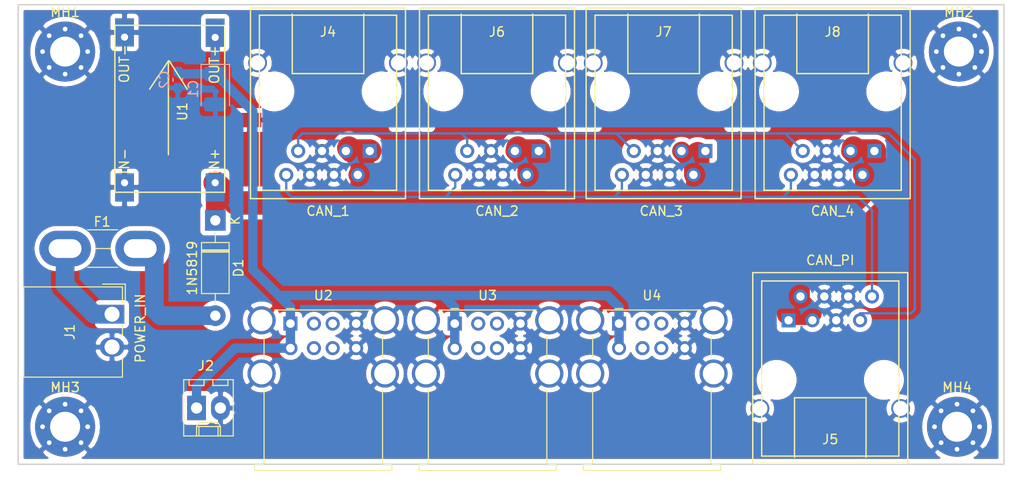
<source format=kicad_pcb>
(kicad_pcb (version 20171130) (host pcbnew "(5.0.0)")
  (layers (0 F.Cu signal) (31 B.Cu signal) (34 B.Paste user) (35 F.Paste user) (36 B.SilkS user) (37 F.SilkS user) (38 B.Mask user) (39 F.Mask user) (44 Edge.Cuts user))
  (net 0 "")
  (net 1 "Net-(D1-Pad2)")
  (net 2 "Net-(F1-Pad1)")
  (net 3 CANGND)
  (net 4 +5V)
  (net 5 CANL)
  (net 6 CANH)
  (net 7 CANV)
  (net 8 "Net-(U2-Pad7)")
  (net 9 "Net-(U2-Pad6)")
  (net 10 "Net-(U2-Pad3)")
  (net 11 "Net-(U2-Pad2)")
  (net 12 "Net-(U3-Pad2)")
  (net 13 "Net-(U3-Pad3)")
  (net 14 "Net-(U3-Pad6)")
  (net 15 "Net-(U3-Pad7)")
  (net 16 "Net-(U4-Pad7)")
  (net 17 "Net-(U4-Pad6)")
  (net 18 "Net-(U4-Pad3)")
  (net 19 "Net-(U4-Pad2)")
  (module Fuse_Holders_and_Fuses:BladeFuse-Mini (layer F.Cu) (at 85 56)
    (fp_text reference F1 (at 3.95 -2.85) (layer F.SilkS))
    (fp_text value Fuse)
    (fp_line (start 2.4 -2) (end 5.6 -2) (layer F.SilkS) (width 0.12))
    (fp_line (start 5.6 2) (end 2.4 2) (layer F.SilkS) (width 0.12))
    (fp_line (start 3.25 0) (end 4.85 0) (layer F.SilkS) (width 0.12))
    (pad 2 thru_hole oval (at 8 0) (size 5.3 3.8) (drill oval 3.5 2) (layers *.Cu *.Mask) (net 1 "Net-(D1-Pad2)"))
    (pad 1 thru_hole oval (at 0 0) (size 5.5 3.8) (drill oval 3.5 2) (layers *.Cu *.Mask) (net 2 "Net-(F1-Pad1)"))
  )
  (module Connectors_Molex:Molex_KK-6410-02_02x2.54mm_Straight (layer F.Cu) (at 99 73)
    (fp_text reference J2 (at 1 -4.5) (layer F.SilkS))
    (fp_text value FAN_HEADER)
    (fp_line (start 3.34 -2.4) (end 3.34 -3.02) (layer F.SilkS) (width 0.12))
    (fp_line (start 1.74 -2.4) (end 3.34 -2.4) (layer F.SilkS) (width 0.12))
    (fp_line (start 1.74 -3.02) (end 1.74 -2.4) (layer F.SilkS) (width 0.12))
    (fp_line (start 0.8 -2.4) (end 0.8 -3.02) (layer F.SilkS) (width 0.12))
    (fp_line (start -0.8 -2.4) (end 0.8 -2.4) (layer F.SilkS) (width 0.12))
    (fp_line (start -0.8 -3.02) (end -0.8 -2.4) (layer F.SilkS) (width 0.12))
    (fp_line (start 2.29 2.98) (end 2.29 1.98) (layer F.SilkS) (width 0.12))
    (fp_line (start 0.25 2.98) (end 0.25 1.98) (layer F.SilkS) (width 0.12))
    (fp_line (start 2.29 1.55) (end 2.54 1.98) (layer F.SilkS) (width 0.12))
    (fp_line (start 0.25 1.55) (end 2.29 1.55) (layer F.SilkS) (width 0.12))
    (fp_line (start 0 1.98) (end 0.25 1.55) (layer F.SilkS) (width 0.12))
    (fp_line (start 2.54 1.98) (end 2.54 2.98) (layer F.SilkS) (width 0.12))
    (fp_line (start 0 1.98) (end 2.54 1.98) (layer F.SilkS) (width 0.12))
    (fp_line (start 0 2.98) (end 0 1.98) (layer F.SilkS) (width 0.12))
    (fp_line (start 3.91 -3.02) (end -1.37 -3.02) (layer F.SilkS) (width 0.12))
    (fp_line (start 3.91 2.98) (end 3.91 -3.02) (layer F.SilkS) (width 0.12))
    (fp_line (start -1.37 2.98) (end 3.91 2.98) (layer F.SilkS) (width 0.12))
    (fp_line (start -1.37 -3.02) (end -1.37 2.98) (layer F.SilkS) (width 0.12))
    (pad 2 thru_hole oval (at 2.54 0) (size 2 2.6) (drill 1.2) (layers *.Cu *.Mask) (net 3 CANGND))
    (pad 1 thru_hole rect (at 0 0) (size 2 2.6) (drill 1.2) (layers *.Cu *.Mask) (net 4 +5V))
  )
  (module Capacitor_Tantalum_SMD:CP_EIA-3528-21_Kemet-B_Pad1.50x2.35mm_HandSolder (layer B.Cu) (at 101 39 270)
    (fp_text reference C1 (at 0 2.35 270) (layer B.SilkS) (effects (justify mirror)))
    (fp_text value 100uF)
    (fp_line (start 1.75 1.51) (end -2.635 1.51) (layer B.SilkS) (width 0.12))
    (fp_line (start -2.635 1.51) (end -2.635 -1.51) (layer B.SilkS) (width 0.12))
    (fp_line (start -2.635 -1.51) (end 1.75 -1.51) (layer B.SilkS) (width 0.12))
    (pad 1 smd roundrect (at -1.625 0 270) (size 1.5 2.35) (layers B.Cu B.Paste B.Mask) (roundrect_rratio 0.166667) (net 4 +5V))
    (pad 2 smd roundrect (at 1.625 0 270) (size 1.5 2.35) (layers B.Cu B.Paste B.Mask) (roundrect_rratio 0.166667) (net 3 CANGND))
  )
  (module Capacitor_SMD:C_0603_1608Metric_Pad1.05x0.95mm_HandSolder (layer B.Cu) (at 97 38 270)
    (fp_text reference C2 (at 0 1.43 270) (layer B.SilkS) (effects (justify mirror)))
    (fp_text value 10uF)
    (fp_line (start -0.171267 0.51) (end 0.171267 0.51) (layer B.SilkS) (width 0.12))
    (fp_line (start -0.171267 -0.51) (end 0.171267 -0.51) (layer B.SilkS) (width 0.12))
    (pad 1 smd roundrect (at -0.875 0 270) (size 1.05 0.95) (layers B.Cu B.Paste B.Mask) (net 4 +5V))
    (pad 2 smd roundrect (at 0.875 0 270) (size 1.05 0.95) (layers B.Cu B.Paste B.Mask) (net 3 CANGND))
  )
  (module Diode_THT:D_DO-41_SOD81_P10.16mm_Horizontal (layer F.Cu) (at 101 53 270)
    (fp_text reference D1 (at 5.08 -2.47 270) (layer F.SilkS))
    (fp_text value 1N5819 (at 5.08 2.47 270) (layer F.SilkS))
    (fp_line (start 2.36 -1.47) (end 2.36 1.47) (layer F.SilkS) (width 0.12))
    (fp_line (start 2.36 1.47) (end 7.8 1.47) (layer F.SilkS) (width 0.12))
    (fp_line (start 7.8 1.47) (end 7.8 -1.47) (layer F.SilkS) (width 0.12))
    (fp_line (start 7.8 -1.47) (end 2.36 -1.47) (layer F.SilkS) (width 0.12))
    (fp_line (start 1.34 0) (end 2.36 0) (layer F.SilkS) (width 0.12))
    (fp_line (start 8.82 0) (end 7.8 0) (layer F.SilkS) (width 0.12))
    (fp_line (start 3.26 -1.47) (end 3.26 1.47) (layer F.SilkS) (width 0.12))
    (fp_line (start 3.38 -1.47) (end 3.38 1.47) (layer F.SilkS) (width 0.12))
    (fp_line (start 3.14 -1.47) (end 3.14 1.47) (layer F.SilkS) (width 0.12))
    (fp_text user K (at 0 -2.1 270) (layer F.SilkS))
    (pad 1 thru_hole rect (at 0 0 270) (size 2.2 2.2) (drill 1.1) (layers *.Cu *.Mask) (net 7 CANV))
    (pad 2 thru_hole oval (at 10.16 0 270) (size 2.2 2.2) (drill 1.1) (layers *.Cu *.Mask) (net 1 "Net-(D1-Pad2)"))
  )
  (module Connector_USB:USB_A_Wuerth_61400826021_Horizontal_Stacked (layer F.Cu) (at 109 64)
    (fp_text reference U2 (at 3.5 -3) (layer F.SilkS))
    (fp_text value double_usb)
    (fp_line (start 0.4 -1.6) (end -0.4 -1.6) (layer F.SilkS) (width 0.12))
    (fp_line (start -1.69 -1.45) (end 8.69 -1.45) (layer F.SilkS) (width 0.12))
    (fp_line (start -2.81 15.05) (end -2.81 7.08) (layer F.SilkS) (width 0.12))
    (fp_line (start -3.81 15.05) (end -2.81 15.05) (layer F.SilkS) (width 0.12))
    (fp_line (start -3.81 15.67) (end -3.81 15.05) (layer F.SilkS) (width 0.12))
    (fp_line (start 10.81 15.67) (end -3.81 15.67) (layer F.SilkS) (width 0.12))
    (fp_line (start 10.81 15.05) (end 10.81 15.67) (layer F.SilkS) (width 0.12))
    (fp_line (start 9.81 15.05) (end 10.81 15.05) (layer F.SilkS) (width 0.12))
    (fp_line (start 9.81 7.08) (end 9.81 15.05) (layer F.SilkS) (width 0.12))
    (fp_line (start -2.81 3.58) (end -2.81 1.4) (layer F.SilkS) (width 0.12))
    (fp_line (start 9.81 3.58) (end 9.81 1.4) (layer F.SilkS) (width 0.12))
    (pad 8 thru_hole circle (at 7 2.62) (size 1.5 1.5) (drill 0.92) (layers *.Cu *.Mask) (net 3 CANGND))
    (pad 7 thru_hole circle (at 4.5 2.62) (size 1.5 1.5) (drill 0.92) (layers *.Cu *.Mask) (net 8 "Net-(U2-Pad7)"))
    (pad 6 thru_hole circle (at 2.5 2.62) (size 1.5 1.5) (drill 0.92) (layers *.Cu *.Mask) (net 9 "Net-(U2-Pad6)"))
    (pad 5 thru_hole circle (at 0 2.62) (size 1.5 1.5) (drill 0.92) (layers *.Cu *.Mask) (net 4 +5V))
    (pad 9 thru_hole circle (at 10.07 5.33) (size 3 3) (drill 2.3) (layers *.Cu *.Mask) (net 3 CANGND))
    (pad 9 thru_hole circle (at -3.07 5.33) (size 3 3) (drill 2.3) (layers *.Cu *.Mask) (net 3 CANGND))
    (pad 4 thru_hole circle (at 7 0) (size 1.5 1.5) (drill 0.92) (layers *.Cu *.Mask) (net 3 CANGND))
    (pad 3 thru_hole circle (at 4.5 0) (size 1.5 1.5) (drill 0.92) (layers *.Cu *.Mask) (net 10 "Net-(U2-Pad3)"))
    (pad 2 thru_hole circle (at 2.5 0) (size 1.5 1.5) (drill 0.92) (layers *.Cu *.Mask) (net 11 "Net-(U2-Pad2)"))
    (pad 1 thru_hole rect (at 0 0) (size 1.5 1.5) (drill 0.92) (layers *.Cu *.Mask) (net 4 +5V))
    (pad 9 thru_hole circle (at -3.07 -0.35) (size 3 3) (drill 2.3) (layers *.Cu *.Mask) (net 3 CANGND))
    (pad 9 thru_hole circle (at 10.07 -0.35) (size 3 3) (drill 2.3) (layers *.Cu *.Mask) (net 3 CANGND))
  )
  (module Connector_USB:USB_A_Wuerth_61400826021_Horizontal_Stacked (layer F.Cu) (at 126.5 64)
    (fp_text reference U3 (at 3.5 -3) (layer F.SilkS))
    (fp_text value double_usb)
    (fp_line (start 9.81 3.58) (end 9.81 1.4) (layer F.SilkS) (width 0.12))
    (fp_line (start -2.81 3.58) (end -2.81 1.4) (layer F.SilkS) (width 0.12))
    (fp_line (start 9.81 7.08) (end 9.81 15.05) (layer F.SilkS) (width 0.12))
    (fp_line (start 9.81 15.05) (end 10.81 15.05) (layer F.SilkS) (width 0.12))
    (fp_line (start 10.81 15.05) (end 10.81 15.67) (layer F.SilkS) (width 0.12))
    (fp_line (start 10.81 15.67) (end -3.81 15.67) (layer F.SilkS) (width 0.12))
    (fp_line (start -3.81 15.67) (end -3.81 15.05) (layer F.SilkS) (width 0.12))
    (fp_line (start -3.81 15.05) (end -2.81 15.05) (layer F.SilkS) (width 0.12))
    (fp_line (start -2.81 15.05) (end -2.81 7.08) (layer F.SilkS) (width 0.12))
    (fp_line (start -1.69 -1.45) (end 8.69 -1.45) (layer F.SilkS) (width 0.12))
    (fp_line (start 0.4 -1.6) (end -0.4 -1.6) (layer F.SilkS) (width 0.12))
    (pad 9 thru_hole circle (at 10.07 -0.35) (size 3 3) (drill 2.3) (layers *.Cu *.Mask) (net 3 CANGND))
    (pad 9 thru_hole circle (at -3.07 -0.35) (size 3 3) (drill 2.3) (layers *.Cu *.Mask) (net 3 CANGND))
    (pad 1 thru_hole rect (at 0 0) (size 1.5 1.5) (drill 0.92) (layers *.Cu *.Mask) (net 4 +5V))
    (pad 2 thru_hole circle (at 2.5 0) (size 1.5 1.5) (drill 0.92) (layers *.Cu *.Mask) (net 12 "Net-(U3-Pad2)"))
    (pad 3 thru_hole circle (at 4.5 0) (size 1.5 1.5) (drill 0.92) (layers *.Cu *.Mask) (net 13 "Net-(U3-Pad3)"))
    (pad 4 thru_hole circle (at 7 0) (size 1.5 1.5) (drill 0.92) (layers *.Cu *.Mask) (net 3 CANGND))
    (pad 9 thru_hole circle (at -3.07 5.33) (size 3 3) (drill 2.3) (layers *.Cu *.Mask) (net 3 CANGND))
    (pad 9 thru_hole circle (at 10.07 5.33) (size 3 3) (drill 2.3) (layers *.Cu *.Mask) (net 3 CANGND))
    (pad 5 thru_hole circle (at 0 2.62) (size 1.5 1.5) (drill 0.92) (layers *.Cu *.Mask) (net 4 +5V))
    (pad 6 thru_hole circle (at 2.5 2.62) (size 1.5 1.5) (drill 0.92) (layers *.Cu *.Mask) (net 14 "Net-(U3-Pad6)"))
    (pad 7 thru_hole circle (at 4.5 2.62) (size 1.5 1.5) (drill 0.92) (layers *.Cu *.Mask) (net 15 "Net-(U3-Pad7)"))
    (pad 8 thru_hole circle (at 7 2.62) (size 1.5 1.5) (drill 0.92) (layers *.Cu *.Mask) (net 3 CANGND))
  )
  (module Connector_USB:USB_A_Wuerth_61400826021_Horizontal_Stacked (layer F.Cu) (at 144 64)
    (fp_text reference U4 (at 3.5 -3) (layer F.SilkS))
    (fp_text value double_usb)
    (fp_line (start 0.4 -1.6) (end -0.4 -1.6) (layer F.SilkS) (width 0.12))
    (fp_line (start -1.69 -1.45) (end 8.69 -1.45) (layer F.SilkS) (width 0.12))
    (fp_line (start -2.81 15.05) (end -2.81 7.08) (layer F.SilkS) (width 0.12))
    (fp_line (start -3.81 15.05) (end -2.81 15.05) (layer F.SilkS) (width 0.12))
    (fp_line (start -3.81 15.67) (end -3.81 15.05) (layer F.SilkS) (width 0.12))
    (fp_line (start 10.81 15.67) (end -3.81 15.67) (layer F.SilkS) (width 0.12))
    (fp_line (start 10.81 15.05) (end 10.81 15.67) (layer F.SilkS) (width 0.12))
    (fp_line (start 9.81 15.05) (end 10.81 15.05) (layer F.SilkS) (width 0.12))
    (fp_line (start 9.81 7.08) (end 9.81 15.05) (layer F.SilkS) (width 0.12))
    (fp_line (start -2.81 3.58) (end -2.81 1.4) (layer F.SilkS) (width 0.12))
    (fp_line (start 9.81 3.58) (end 9.81 1.4) (layer F.SilkS) (width 0.12))
    (pad 8 thru_hole circle (at 7 2.62) (size 1.5 1.5) (drill 0.92) (layers *.Cu *.Mask) (net 3 CANGND))
    (pad 7 thru_hole circle (at 4.5 2.62) (size 1.5 1.5) (drill 0.92) (layers *.Cu *.Mask) (net 16 "Net-(U4-Pad7)"))
    (pad 6 thru_hole circle (at 2.5 2.62) (size 1.5 1.5) (drill 0.92) (layers *.Cu *.Mask) (net 17 "Net-(U4-Pad6)"))
    (pad 5 thru_hole circle (at 0 2.62) (size 1.5 1.5) (drill 0.92) (layers *.Cu *.Mask) (net 4 +5V))
    (pad 9 thru_hole circle (at 10.07 5.33) (size 3 3) (drill 2.3) (layers *.Cu *.Mask) (net 3 CANGND))
    (pad 9 thru_hole circle (at -3.07 5.33) (size 3 3) (drill 2.3) (layers *.Cu *.Mask) (net 3 CANGND))
    (pad 4 thru_hole circle (at 7 0) (size 1.5 1.5) (drill 0.92) (layers *.Cu *.Mask) (net 3 CANGND))
    (pad 3 thru_hole circle (at 4.5 0) (size 1.5 1.5) (drill 0.92) (layers *.Cu *.Mask) (net 18 "Net-(U4-Pad3)"))
    (pad 2 thru_hole circle (at 2.5 0) (size 1.5 1.5) (drill 0.92) (layers *.Cu *.Mask) (net 19 "Net-(U4-Pad2)"))
    (pad 1 thru_hole rect (at 0 0) (size 1.5 1.5) (drill 0.92) (layers *.Cu *.Mask) (net 4 +5V))
    (pad 9 thru_hole circle (at -3.07 -0.35) (size 3 3) (drill 2.3) (layers *.Cu *.Mask) (net 3 CANGND))
    (pad 9 thru_hole circle (at 10.07 -0.35) (size 3 3) (drill 2.3) (layers *.Cu *.Mask) (net 3 CANGND))
  )
  (module Connector_Wago:Wago_734-162_1x02_P3.50mm_Horizontal (layer F.Cu) (at 90 63 270)
    (fp_text reference J1 (at 1.9 4.5 270) (layer F.SilkS))
    (fp_text value POWER_IN (at 1.5 -3 270) (layer F.SilkS))
    (fp_line (start -1.26 -1.11) (end -2.91 -1.11) (layer F.SilkS) (width 0.12))
    (fp_line (start -2.91 -1.11) (end -2.91 9.41) (layer F.SilkS) (width 0.12))
    (fp_line (start -2.91 9.41) (end 6.71 9.41) (layer F.SilkS) (width 0.12))
    (fp_line (start 6.71 9.41) (end 6.71 -1.11) (layer F.SilkS) (width 0.12))
    (fp_line (start 6.71 -1.11) (end 4.76 -1.11) (layer F.SilkS) (width 0.12))
    (fp_line (start 1.26 -1.11) (end 2.24 -1.11) (layer F.SilkS) (width 0.12))
    (fp_line (start -3.21 1) (end -3.21 -1.41) (layer F.SilkS) (width 0.12))
    (fp_line (start -3.21 -1.41) (end -1.26 -1.41) (layer F.SilkS) (width 0.12))
    (pad 1 thru_hole rect (at 0 0 270) (size 2 2.6) (drill 1.6) (layers *.Cu *.Mask) (net 2 "Net-(F1-Pad1)"))
    (pad 2 thru_hole oval (at 3.5 0 270) (size 2 2.6) (drill 1.6) (layers *.Cu *.Mask) (net 3 CANGND))
  )
  (module RJ45:RJ45_GENERIC (layer F.Cu) (at 113 39.25 180)
    (fp_text reference J4 (at 0 6.35 180) (layer F.SilkS))
    (fp_text value CAN_1 (at 0 -12.75 180) (layer F.SilkS))
    (fp_line (start 3.81 1.905) (end 3.81 8.255) (layer F.SilkS) (width 0.15))
    (fp_line (start -3.81 1.905) (end 3.81 1.905) (layer F.SilkS) (width 0.15))
    (fp_line (start -3.81 8.255) (end -3.81 1.905) (layer F.SilkS) (width 0.15))
    (fp_line (start -8.255 8.89) (end 8.255 8.89) (layer F.SilkS) (width 0.15))
    (fp_line (start -8.255 -11.43) (end -8.255 8.89) (layer F.SilkS) (width 0.15))
    (fp_line (start 8.255 -11.43) (end -8.255 -11.43) (layer F.SilkS) (width 0.15))
    (fp_line (start 8.255 8.89) (end 8.255 -11.43) (layer F.SilkS) (width 0.15))
    (fp_line (start -7.305 -10.54) (end -7.305 8.13) (layer F.SilkS) (width 0.15))
    (fp_line (start 7.305 -10.54) (end -7.305 -10.54) (layer F.SilkS) (width 0.15))
    (fp_line (start 7.305 8.13) (end 7.305 -10.54) (layer F.SilkS) (width 0.15))
    (fp_line (start -7.305 8.13) (end 7.305 8.13) (layer F.SilkS) (width 0.15))
    (pad SH thru_hole circle (at 7.495 3.05 180) (size 2 2) (drill 1.6) (layers *.Cu *.Mask) (net 3 CANGND))
    (pad SH thru_hole circle (at -7.495 3.05 180) (size 2 2) (drill 1.6) (layers *.Cu *.Mask) (net 3 CANGND))
    (pad "" np_thru_hole circle (at -5.715 0 180) (size 3.25 3.25) (drill 3.25) (layers *.Cu *.Mask))
    (pad "" np_thru_hole circle (at 5.715 0 180) (size 3.25 3.25) (drill 3.25) (layers *.Cu *.Mask))
    (pad 8 thru_hole circle (at 4.445 -8.89 180) (size 1.5 1.5) (drill 0.89) (layers *.Cu *.Mask) (net 5 CANL))
    (pad 6 thru_hole circle (at 1.905 -8.89 180) (size 1.5 1.5) (drill 0.89) (layers *.Cu *.Mask) (net 3 CANGND))
    (pad 4 thru_hole circle (at -0.635 -8.89 180) (size 1.5 1.5) (drill 0.89) (layers *.Cu *.Mask) (net 3 CANGND))
    (pad 2 thru_hole circle (at -3.175 -8.89 180) (size 1.5 1.5) (drill 0.89) (layers *.Cu *.Mask) (net 7 CANV))
    (pad 7 thru_hole circle (at 3.175 -6.35 180) (size 1.5 1.5) (drill 0.89) (layers *.Cu *.Mask) (net 6 CANH))
    (pad 5 thru_hole circle (at 0.635 -6.35 180) (size 1.5 1.5) (drill 0.89) (layers *.Cu *.Mask) (net 3 CANGND))
    (pad 3 thru_hole circle (at -1.905 -6.35 180) (size 1.5 1.5) (drill 0.89) (layers *.Cu *.Mask) (net 7 CANV))
    (pad 1 thru_hole rect (at -4.445 -6.35 180) (size 1.5 1.5) (drill 0.89) (layers *.Cu *.Mask) (net 7 CANV))
    (pad SH smd rect (at 7.366 -3.048 180) (size 2.54 1.524) (drill (offset 1 0)) (layers F.Cu F.Paste F.Mask) (net 3 CANGND))
    (pad SH smd rect (at -7.239 -3.048) (size 2.54 1.524) (drill (offset 1 0)) (layers F.Cu F.Paste F.Mask) (net 3 CANGND))
  )
  (module RJ45:RJ45_GENERIC (layer F.Cu) (at 166.5 70)
    (fp_text reference J5 (at 0 6.35) (layer F.SilkS))
    (fp_text value CAN_PI (at 0 -12.75) (layer F.SilkS))
    (fp_line (start 3.81 1.905) (end 3.81 8.255) (layer F.SilkS) (width 0.15))
    (fp_line (start -3.81 1.905) (end 3.81 1.905) (layer F.SilkS) (width 0.15))
    (fp_line (start -3.81 8.255) (end -3.81 1.905) (layer F.SilkS) (width 0.15))
    (fp_line (start -8.255 8.89) (end 8.255 8.89) (layer F.SilkS) (width 0.15))
    (fp_line (start -8.255 -11.43) (end -8.255 8.89) (layer F.SilkS) (width 0.15))
    (fp_line (start 8.255 -11.43) (end -8.255 -11.43) (layer F.SilkS) (width 0.15))
    (fp_line (start 8.255 8.89) (end 8.255 -11.43) (layer F.SilkS) (width 0.15))
    (fp_line (start -7.305 -10.54) (end -7.305 8.13) (layer F.SilkS) (width 0.15))
    (fp_line (start 7.305 -10.54) (end -7.305 -10.54) (layer F.SilkS) (width 0.15))
    (fp_line (start 7.305 8.13) (end 7.305 -10.54) (layer F.SilkS) (width 0.15))
    (fp_line (start -7.305 8.13) (end 7.305 8.13) (layer F.SilkS) (width 0.15))
    (pad SH thru_hole circle (at 7.495 3.05) (size 2 2) (drill 1.6) (layers *.Cu *.Mask) (net 3 CANGND))
    (pad SH thru_hole circle (at -7.495 3.05) (size 2 2) (drill 1.6) (layers *.Cu *.Mask) (net 3 CANGND))
    (pad "" np_thru_hole circle (at -5.715 0) (size 3.25 3.25) (drill 3.25) (layers *.Cu *.Mask))
    (pad "" np_thru_hole circle (at 5.715 0) (size 3.25 3.25) (drill 3.25) (layers *.Cu *.Mask))
    (pad 8 thru_hole circle (at 4.445 -8.89) (size 1.5 1.5) (drill 0.89) (layers *.Cu *.Mask) (net 5 CANL))
    (pad 6 thru_hole circle (at 1.905 -8.89) (size 1.5 1.5) (drill 0.89) (layers *.Cu *.Mask) (net 3 CANGND))
    (pad 4 thru_hole circle (at -0.635 -8.89) (size 1.5 1.5) (drill 0.89) (layers *.Cu *.Mask) (net 3 CANGND))
    (pad 2 thru_hole circle (at -3.175 -8.89) (size 1.5 1.5) (drill 0.89) (layers *.Cu *.Mask) (net 7 CANV))
    (pad 7 thru_hole circle (at 3.175 -6.35) (size 1.5 1.5) (drill 0.89) (layers *.Cu *.Mask) (net 6 CANH))
    (pad 5 thru_hole circle (at 0.635 -6.35) (size 1.5 1.5) (drill 0.89) (layers *.Cu *.Mask) (net 3 CANGND))
    (pad 3 thru_hole circle (at -1.905 -6.35) (size 1.5 1.5) (drill 0.89) (layers *.Cu *.Mask) (net 7 CANV))
    (pad 1 thru_hole rect (at -4.445 -6.35) (size 1.5 1.5) (drill 0.89) (layers *.Cu *.Mask) (net 7 CANV))
    (pad SH smd rect (at 7.366 -3.048) (size 2.54 1.524) (drill (offset 1 0)) (layers F.Cu F.Paste F.Mask) (net 3 CANGND))
    (pad SH smd rect (at -7.239 -3.048 180) (size 2.54 1.524) (drill (offset 1 0)) (layers F.Cu F.Paste F.Mask) (net 3 CANGND))
  )
  (module RJ45:RJ45_GENERIC (layer F.Cu) (at 131 39.25 180)
    (fp_text reference J6 (at 0 6.35 180) (layer F.SilkS))
    (fp_text value CAN_2 (at 0 -12.75 180) (layer F.SilkS))
    (fp_line (start -7.305 8.13) (end 7.305 8.13) (layer F.SilkS) (width 0.15))
    (fp_line (start 7.305 8.13) (end 7.305 -10.54) (layer F.SilkS) (width 0.15))
    (fp_line (start 7.305 -10.54) (end -7.305 -10.54) (layer F.SilkS) (width 0.15))
    (fp_line (start -7.305 -10.54) (end -7.305 8.13) (layer F.SilkS) (width 0.15))
    (fp_line (start 8.255 8.89) (end 8.255 -11.43) (layer F.SilkS) (width 0.15))
    (fp_line (start 8.255 -11.43) (end -8.255 -11.43) (layer F.SilkS) (width 0.15))
    (fp_line (start -8.255 -11.43) (end -8.255 8.89) (layer F.SilkS) (width 0.15))
    (fp_line (start -8.255 8.89) (end 8.255 8.89) (layer F.SilkS) (width 0.15))
    (fp_line (start -3.81 8.255) (end -3.81 1.905) (layer F.SilkS) (width 0.15))
    (fp_line (start -3.81 1.905) (end 3.81 1.905) (layer F.SilkS) (width 0.15))
    (fp_line (start 3.81 1.905) (end 3.81 8.255) (layer F.SilkS) (width 0.15))
    (pad SH smd rect (at -7.239 -3.048) (size 2.54 1.524) (drill (offset 1 0)) (layers F.Cu F.Paste F.Mask) (net 3 CANGND))
    (pad SH smd rect (at 7.366 -3.048 180) (size 2.54 1.524) (drill (offset 1 0)) (layers F.Cu F.Paste F.Mask) (net 3 CANGND))
    (pad 1 thru_hole rect (at -4.445 -6.35 180) (size 1.5 1.5) (drill 0.89) (layers *.Cu *.Mask) (net 7 CANV))
    (pad 3 thru_hole circle (at -1.905 -6.35 180) (size 1.5 1.5) (drill 0.89) (layers *.Cu *.Mask) (net 7 CANV))
    (pad 5 thru_hole circle (at 0.635 -6.35 180) (size 1.5 1.5) (drill 0.89) (layers *.Cu *.Mask) (net 3 CANGND))
    (pad 7 thru_hole circle (at 3.175 -6.35 180) (size 1.5 1.5) (drill 0.89) (layers *.Cu *.Mask) (net 6 CANH))
    (pad 2 thru_hole circle (at -3.175 -8.89 180) (size 1.5 1.5) (drill 0.89) (layers *.Cu *.Mask) (net 7 CANV))
    (pad 4 thru_hole circle (at -0.635 -8.89 180) (size 1.5 1.5) (drill 0.89) (layers *.Cu *.Mask) (net 3 CANGND))
    (pad 6 thru_hole circle (at 1.905 -8.89 180) (size 1.5 1.5) (drill 0.89) (layers *.Cu *.Mask) (net 3 CANGND))
    (pad 8 thru_hole circle (at 4.445 -8.89 180) (size 1.5 1.5) (drill 0.89) (layers *.Cu *.Mask) (net 5 CANL))
    (pad "" np_thru_hole circle (at 5.715 0 180) (size 3.25 3.25) (drill 3.25) (layers *.Cu *.Mask))
    (pad "" np_thru_hole circle (at -5.715 0 180) (size 3.25 3.25) (drill 3.25) (layers *.Cu *.Mask))
    (pad SH thru_hole circle (at -7.495 3.05 180) (size 2 2) (drill 1.6) (layers *.Cu *.Mask) (net 3 CANGND))
    (pad SH thru_hole circle (at 7.495 3.05 180) (size 2 2) (drill 1.6) (layers *.Cu *.Mask) (net 3 CANGND))
  )
  (module RJ45:RJ45_GENERIC (layer F.Cu) (at 148.75 39.25 180)
    (fp_text reference J7 (at 0 6.35 180) (layer F.SilkS))
    (fp_text value CAN_3 (at 0.25 -12.75 180) (layer F.SilkS))
    (fp_line (start 3.81 1.905) (end 3.81 8.255) (layer F.SilkS) (width 0.15))
    (fp_line (start -3.81 1.905) (end 3.81 1.905) (layer F.SilkS) (width 0.15))
    (fp_line (start -3.81 8.255) (end -3.81 1.905) (layer F.SilkS) (width 0.15))
    (fp_line (start -8.255 8.89) (end 8.255 8.89) (layer F.SilkS) (width 0.15))
    (fp_line (start -8.255 -11.43) (end -8.255 8.89) (layer F.SilkS) (width 0.15))
    (fp_line (start 8.255 -11.43) (end -8.255 -11.43) (layer F.SilkS) (width 0.15))
    (fp_line (start 8.255 8.89) (end 8.255 -11.43) (layer F.SilkS) (width 0.15))
    (fp_line (start -7.305 -10.54) (end -7.305 8.13) (layer F.SilkS) (width 0.15))
    (fp_line (start 7.305 -10.54) (end -7.305 -10.54) (layer F.SilkS) (width 0.15))
    (fp_line (start 7.305 8.13) (end 7.305 -10.54) (layer F.SilkS) (width 0.15))
    (fp_line (start -7.305 8.13) (end 7.305 8.13) (layer F.SilkS) (width 0.15))
    (pad SH thru_hole circle (at 7.495 3.05 180) (size 2 2) (drill 1.6) (layers *.Cu *.Mask) (net 3 CANGND))
    (pad SH thru_hole circle (at -7.495 3.05 180) (size 2 2) (drill 1.6) (layers *.Cu *.Mask) (net 3 CANGND))
    (pad "" np_thru_hole circle (at -5.715 0 180) (size 3.25 3.25) (drill 3.25) (layers *.Cu *.Mask))
    (pad "" np_thru_hole circle (at 5.715 0 180) (size 3.25 3.25) (drill 3.25) (layers *.Cu *.Mask))
    (pad 8 thru_hole circle (at 4.445 -8.89 180) (size 1.5 1.5) (drill 0.89) (layers *.Cu *.Mask) (net 5 CANL))
    (pad 6 thru_hole circle (at 1.905 -8.89 180) (size 1.5 1.5) (drill 0.89) (layers *.Cu *.Mask) (net 3 CANGND))
    (pad 4 thru_hole circle (at -0.635 -8.89 180) (size 1.5 1.5) (drill 0.89) (layers *.Cu *.Mask) (net 3 CANGND))
    (pad 2 thru_hole circle (at -3.175 -8.89 180) (size 1.5 1.5) (drill 0.89) (layers *.Cu *.Mask) (net 7 CANV))
    (pad 7 thru_hole circle (at 3.175 -6.35 180) (size 1.5 1.5) (drill 0.89) (layers *.Cu *.Mask) (net 6 CANH))
    (pad 5 thru_hole circle (at 0.635 -6.35 180) (size 1.5 1.5) (drill 0.89) (layers *.Cu *.Mask) (net 3 CANGND))
    (pad 3 thru_hole circle (at -1.905 -6.35 180) (size 1.5 1.5) (drill 0.89) (layers *.Cu *.Mask) (net 7 CANV))
    (pad 1 thru_hole rect (at -4.445 -6.35 180) (size 1.5 1.5) (drill 0.89) (layers *.Cu *.Mask) (net 7 CANV))
    (pad SH smd rect (at 7.366 -3.048 180) (size 2.54 1.524) (drill (offset 1 0)) (layers F.Cu F.Paste F.Mask) (net 3 CANGND))
    (pad SH smd rect (at -7.239 -3.048) (size 2.54 1.524) (drill (offset 1 0)) (layers F.Cu F.Paste F.Mask) (net 3 CANGND))
  )
  (module RJ45:RJ45_GENERIC (layer F.Cu) (at 166.75 39.25 180)
    (fp_text reference J8 (at 0 6.35 180) (layer F.SilkS))
    (fp_text value CAN_4 (at 0 -12.75 180) (layer F.SilkS))
    (fp_line (start -7.305 8.13) (end 7.305 8.13) (layer F.SilkS) (width 0.15))
    (fp_line (start 7.305 8.13) (end 7.305 -10.54) (layer F.SilkS) (width 0.15))
    (fp_line (start 7.305 -10.54) (end -7.305 -10.54) (layer F.SilkS) (width 0.15))
    (fp_line (start -7.305 -10.54) (end -7.305 8.13) (layer F.SilkS) (width 0.15))
    (fp_line (start 8.255 8.89) (end 8.255 -11.43) (layer F.SilkS) (width 0.15))
    (fp_line (start 8.255 -11.43) (end -8.255 -11.43) (layer F.SilkS) (width 0.15))
    (fp_line (start -8.255 -11.43) (end -8.255 8.89) (layer F.SilkS) (width 0.15))
    (fp_line (start -8.255 8.89) (end 8.255 8.89) (layer F.SilkS) (width 0.15))
    (fp_line (start -3.81 8.255) (end -3.81 1.905) (layer F.SilkS) (width 0.15))
    (fp_line (start -3.81 1.905) (end 3.81 1.905) (layer F.SilkS) (width 0.15))
    (fp_line (start 3.81 1.905) (end 3.81 8.255) (layer F.SilkS) (width 0.15))
    (pad SH smd rect (at -7.239 -3.048) (size 2.54 1.524) (drill (offset 1 0)) (layers F.Cu F.Paste F.Mask) (net 3 CANGND))
    (pad SH smd rect (at 7.366 -3.048 180) (size 2.54 1.524) (drill (offset 1 0)) (layers F.Cu F.Paste F.Mask) (net 3 CANGND))
    (pad 1 thru_hole rect (at -4.445 -6.35 180) (size 1.5 1.5) (drill 0.89) (layers *.Cu *.Mask) (net 7 CANV))
    (pad 3 thru_hole circle (at -1.905 -6.35 180) (size 1.5 1.5) (drill 0.89) (layers *.Cu *.Mask) (net 7 CANV))
    (pad 5 thru_hole circle (at 0.635 -6.35 180) (size 1.5 1.5) (drill 0.89) (layers *.Cu *.Mask) (net 3 CANGND))
    (pad 7 thru_hole circle (at 3.175 -6.35 180) (size 1.5 1.5) (drill 0.89) (layers *.Cu *.Mask) (net 6 CANH))
    (pad 2 thru_hole circle (at -3.175 -8.89 180) (size 1.5 1.5) (drill 0.89) (layers *.Cu *.Mask) (net 7 CANV))
    (pad 4 thru_hole circle (at -0.635 -8.89 180) (size 1.5 1.5) (drill 0.89) (layers *.Cu *.Mask) (net 3 CANGND))
    (pad 6 thru_hole circle (at 1.905 -8.89 180) (size 1.5 1.5) (drill 0.89) (layers *.Cu *.Mask) (net 3 CANGND))
    (pad 8 thru_hole circle (at 4.445 -8.89 180) (size 1.5 1.5) (drill 0.89) (layers *.Cu *.Mask) (net 5 CANL))
    (pad "" np_thru_hole circle (at 5.715 0 180) (size 3.25 3.25) (drill 3.25) (layers *.Cu *.Mask))
    (pad "" np_thru_hole circle (at -5.715 0 180) (size 3.25 3.25) (drill 3.25) (layers *.Cu *.Mask))
    (pad SH thru_hole circle (at -7.495 3.05 180) (size 2 2) (drill 1.6) (layers *.Cu *.Mask) (net 3 CANGND))
    (pad SH thru_hole circle (at 7.495 3.05 180) (size 2 2) (drill 1.6) (layers *.Cu *.Mask) (net 3 CANGND))
  )
  (module mini360:MINI-360 (layer F.Cu) (at 102 50 90)
    (fp_text reference U1 (at 8.6 -4.5 90) (layer F.SilkS))
    (fp_text value MINI-360)
    (fp_line (start 17.78 0) (end 0 0) (layer F.SilkS) (width 0.15))
    (fp_line (start 17.8 -11.7) (end 17.78 0) (layer F.SilkS) (width 0.15))
    (fp_line (start 0 -11.7) (end 17.8 -11.7) (layer F.SilkS) (width 0.15))
    (fp_line (start 0 0) (end 0 -11.684) (layer F.SilkS) (width 0.15))
    (fp_text user IN+ (at 3.3 -1.1 90) (layer F.SilkS))
    (fp_text user IN- (at 3.3 -10.7 90) (layer F.SilkS))
    (fp_text user OUT- (at 13.7 -10.7 90) (layer F.SilkS))
    (fp_text user OUT+ (at 13.6 -1.1 90) (layer F.SilkS))
    (fp_line (start 4 -6) (end 14 -6) (layer F.SilkS) (width 0.15))
    (fp_line (start 14 -6) (end 11 -8) (layer F.SilkS) (width 0.15))
    (fp_line (start 14 -5.9) (end 11 -4) (layer F.SilkS) (width 0.15))
    (pad 3 thru_hole rect (at 16.541 -10.668 90) (size 3 2) (drill 0.762 (offset 0.5 0)) (layers *.Cu *.Mask) (net 3 CANGND))
    (pad 4 thru_hole rect (at 16.51 -1.016 90) (size 3 2) (drill 0.762 (offset 0.5 0)) (layers *.Cu *.Mask) (net 4 +5V))
    (pad 1 thru_hole rect (at 1.016 -1.016 90) (size 3 2) (drill 0.762 (offset -0.5 0)) (layers *.Cu *.Mask) (net 7 CANV))
    (pad 2 thru_hole rect (at 1.016 -10.668 90) (size 3 2) (drill 0.762 (offset -0.5 0)) (layers *.Cu *.Mask) (net 3 CANGND))
  )
  (module MountingHole:MountingHole_3.2mm_M3_Pad_Via (layer F.Cu) (at 85 35)
    (fp_text reference MH1 (at 0 -4.2) (layer F.SilkS))
    (fp_text value MountingHole_Pad)
    (pad 1 thru_hole circle (at 1.697056 -1.697056) (size 0.8 0.8) (drill 0.5) (layers *.Cu *.Mask) (net 3 CANGND))
    (pad 1 thru_hole circle (at 0 -2.4) (size 0.8 0.8) (drill 0.5) (layers *.Cu *.Mask) (net 3 CANGND))
    (pad 1 thru_hole circle (at -1.697056 -1.697056) (size 0.8 0.8) (drill 0.5) (layers *.Cu *.Mask) (net 3 CANGND))
    (pad 1 thru_hole circle (at -2.4 0) (size 0.8 0.8) (drill 0.5) (layers *.Cu *.Mask) (net 3 CANGND))
    (pad 1 thru_hole circle (at -1.697056 1.697056) (size 0.8 0.8) (drill 0.5) (layers *.Cu *.Mask) (net 3 CANGND))
    (pad 1 thru_hole circle (at 0 2.4) (size 0.8 0.8) (drill 0.5) (layers *.Cu *.Mask) (net 3 CANGND))
    (pad 1 thru_hole circle (at 1.697056 1.697056) (size 0.8 0.8) (drill 0.5) (layers *.Cu *.Mask) (net 3 CANGND))
    (pad 1 thru_hole circle (at 2.4 0) (size 0.8 0.8) (drill 0.5) (layers *.Cu *.Mask) (net 3 CANGND))
    (pad 1 thru_hole circle (at 0 0) (size 6.4 6.4) (drill 3.2) (layers *.Cu *.Mask) (net 3 CANGND))
  )
  (module MountingHole:MountingHole_3.2mm_M3_Pad_Via (layer F.Cu) (at 180.2 35)
    (fp_text reference MH2 (at 0 -4.2) (layer F.SilkS))
    (fp_text value MountingHole_Pad)
    (pad 1 thru_hole circle (at 0 0) (size 6.4 6.4) (drill 3.2) (layers *.Cu *.Mask) (net 3 CANGND))
    (pad 1 thru_hole circle (at 2.4 0) (size 0.8 0.8) (drill 0.5) (layers *.Cu *.Mask) (net 3 CANGND))
    (pad 1 thru_hole circle (at 1.697056 1.697056) (size 0.8 0.8) (drill 0.5) (layers *.Cu *.Mask) (net 3 CANGND))
    (pad 1 thru_hole circle (at 0 2.4) (size 0.8 0.8) (drill 0.5) (layers *.Cu *.Mask) (net 3 CANGND))
    (pad 1 thru_hole circle (at -1.697056 1.697056) (size 0.8 0.8) (drill 0.5) (layers *.Cu *.Mask) (net 3 CANGND))
    (pad 1 thru_hole circle (at -2.4 0) (size 0.8 0.8) (drill 0.5) (layers *.Cu *.Mask) (net 3 CANGND))
    (pad 1 thru_hole circle (at -1.697056 -1.697056) (size 0.8 0.8) (drill 0.5) (layers *.Cu *.Mask) (net 3 CANGND))
    (pad 1 thru_hole circle (at 0 -2.4) (size 0.8 0.8) (drill 0.5) (layers *.Cu *.Mask) (net 3 CANGND))
    (pad 1 thru_hole circle (at 1.697056 -1.697056) (size 0.8 0.8) (drill 0.5) (layers *.Cu *.Mask) (net 3 CANGND))
  )
  (module MountingHole:MountingHole_3.2mm_M3_Pad_Via (layer F.Cu) (at 85 75)
    (fp_text reference MH3 (at 0 -4.2) (layer F.SilkS))
    (fp_text value MountingHole_Pad)
    (pad 1 thru_hole circle (at 1.697056 -1.697056) (size 0.8 0.8) (drill 0.5) (layers *.Cu *.Mask) (net 3 CANGND))
    (pad 1 thru_hole circle (at 0 -2.4) (size 0.8 0.8) (drill 0.5) (layers *.Cu *.Mask) (net 3 CANGND))
    (pad 1 thru_hole circle (at -1.697056 -1.697056) (size 0.8 0.8) (drill 0.5) (layers *.Cu *.Mask) (net 3 CANGND))
    (pad 1 thru_hole circle (at -2.4 0) (size 0.8 0.8) (drill 0.5) (layers *.Cu *.Mask) (net 3 CANGND))
    (pad 1 thru_hole circle (at -1.697056 1.697056) (size 0.8 0.8) (drill 0.5) (layers *.Cu *.Mask) (net 3 CANGND))
    (pad 1 thru_hole circle (at 0 2.4) (size 0.8 0.8) (drill 0.5) (layers *.Cu *.Mask) (net 3 CANGND))
    (pad 1 thru_hole circle (at 1.697056 1.697056) (size 0.8 0.8) (drill 0.5) (layers *.Cu *.Mask) (net 3 CANGND))
    (pad 1 thru_hole circle (at 2.4 0) (size 0.8 0.8) (drill 0.5) (layers *.Cu *.Mask) (net 3 CANGND))
    (pad 1 thru_hole circle (at 0 0) (size 6.4 6.4) (drill 3.2) (layers *.Cu *.Mask) (net 3 CANGND))
  )
  (module MountingHole:MountingHole_3.2mm_M3_Pad_Via (layer F.Cu) (at 180 75)
    (fp_text reference MH4 (at 0 -4.2) (layer F.SilkS))
    (fp_text value MountingHole_Pad)
    (pad 1 thru_hole circle (at 0 0) (size 6.4 6.4) (drill 3.2) (layers *.Cu *.Mask) (net 3 CANGND))
    (pad 1 thru_hole circle (at 2.4 0) (size 0.8 0.8) (drill 0.5) (layers *.Cu *.Mask) (net 3 CANGND))
    (pad 1 thru_hole circle (at 1.697056 1.697056) (size 0.8 0.8) (drill 0.5) (layers *.Cu *.Mask) (net 3 CANGND))
    (pad 1 thru_hole circle (at 0 2.4) (size 0.8 0.8) (drill 0.5) (layers *.Cu *.Mask) (net 3 CANGND))
    (pad 1 thru_hole circle (at -1.697056 1.697056) (size 0.8 0.8) (drill 0.5) (layers *.Cu *.Mask) (net 3 CANGND))
    (pad 1 thru_hole circle (at -2.4 0) (size 0.8 0.8) (drill 0.5) (layers *.Cu *.Mask) (net 3 CANGND))
    (pad 1 thru_hole circle (at -1.697056 -1.697056) (size 0.8 0.8) (drill 0.5) (layers *.Cu *.Mask) (net 3 CANGND))
    (pad 1 thru_hole circle (at 0 -2.4) (size 0.8 0.8) (drill 0.5) (layers *.Cu *.Mask) (net 3 CANGND))
    (pad 1 thru_hole circle (at 1.697056 -1.697056) (size 0.8 0.8) (drill 0.5) (layers *.Cu *.Mask) (net 3 CANGND))
  )
  (gr_line (start 185 79) (end 80 79) (layer Edge.Cuts) (width 0.15))
  (gr_line (start 80 30) (end 80 79) (layer Edge.Cuts) (width 0.15))
  (gr_line (start 185 30) (end 80 30) (layer Edge.Cuts) (width 0.15))
  (gr_line (start 185 79) (end 185 30) (layer Edge.Cuts) (width 0.15))
  (segment (start 93.75 56) (end 94.5 56.75) (width 2) (layer B.Cu) (net 1))
  (segment (start 93 56) (end 93.75 56) (width 2) (layer B.Cu) (net 1))
  (segment (start 94.5 56.75) (end 94.5 62.5) (width 2) (layer B.Cu) (net 1))
  (segment (start 95.16 63.16) (end 101 63.16) (width 2) (layer B.Cu) (net 1))
  (segment (start 94.5 62.5) (end 95.16 63.16) (width 2) (layer B.Cu) (net 1))
  (segment (start 85 59.9) (end 85 56) (width 2) (layer B.Cu) (net 2))
  (segment (start 88.1 63) (end 85 59.9) (width 2) (layer B.Cu) (net 2))
  (segment (start 90 63) (end 88.1 63) (width 2) (layer B.Cu) (net 2))
  (segment (start 100.984 37.359) (end 101 37.375) (width 1) (layer B.Cu) (net 4))
  (segment (start 100.984 33.49) (end 100.984 37.359) (width 1) (layer B.Cu) (net 4))
  (segment (start 97.25 37.375) (end 97 37.125) (width 1) (layer B.Cu) (net 4))
  (segment (start 101 37.375) (end 97.25 37.375) (width 1) (layer B.Cu) (net 4))
  (segment (start 144 66.62) (end 144 64) (width 1) (layer B.Cu) (net 4))
  (segment (start 126.5 66.62) (end 126.5 64) (width 1) (layer B.Cu) (net 4))
  (segment (start 109 66.62) (end 109 64) (width 1) (layer B.Cu) (net 4))
  (segment (start 107.93934 66.62) (end 109 66.62) (width 1) (layer B.Cu) (net 4))
  (segment (start 103.08 66.62) (end 107.93934 66.62) (width 1) (layer B.Cu) (net 4))
  (segment (start 99 70.7) (end 103.08 66.62) (width 1) (layer B.Cu) (net 4))
  (segment (start 99 73) (end 99 70.7) (width 1) (layer B.Cu) (net 4))
  (segment (start 101 37.375) (end 105 41.375) (width 1) (layer B.Cu) (net 4))
  (segment (start 109 62.25) (end 109 64) (width 1) (layer B.Cu) (net 4))
  (segment (start 105 41.375) (end 105 58.25) (width 1) (layer B.Cu) (net 4))
  (segment (start 126.5 62.25) (end 125.25 61) (width 1) (layer B.Cu) (net 4))
  (segment (start 126.5 64) (end 126.5 62.25) (width 1) (layer B.Cu) (net 4))
  (segment (start 110.25 61) (end 107.75 61) (width 1) (layer B.Cu) (net 4))
  (segment (start 125.25 61) (end 110.25 61) (width 1) (layer B.Cu) (net 4))
  (segment (start 105 58.25) (end 107.75 61) (width 1) (layer B.Cu) (net 4))
  (segment (start 107.75 61) (end 109 62.25) (width 1) (layer B.Cu) (net 4))
  (segment (start 144 62.25) (end 144 64) (width 1) (layer B.Cu) (net 4))
  (segment (start 142.75 61) (end 144 62.25) (width 1) (layer B.Cu) (net 4))
  (segment (start 125.25 61) (end 142.75 61) (width 1) (layer B.Cu) (net 4))
  (segment (start 126.555 49.445) (end 126.555 48.14) (width 0.25) (layer B.Cu) (net 5))
  (segment (start 125.5 50.5) (end 126.555 49.445) (width 0.25) (layer B.Cu) (net 5))
  (segment (start 109.11 50.5) (end 125.5 50.5) (width 0.25) (layer B.Cu) (net 5))
  (segment (start 108.555 48.14) (end 108.555 49.945) (width 0.25) (layer B.Cu) (net 5))
  (segment (start 108.555 49.945) (end 109.11 50.5) (width 0.25) (layer B.Cu) (net 5))
  (segment (start 144.305 49.695) (end 144.305 48.14) (width 0.25) (layer B.Cu) (net 5))
  (segment (start 125.5 50.5) (end 143.5 50.5) (width 0.25) (layer B.Cu) (net 5))
  (segment (start 143.5 50.5) (end 144.305 49.695) (width 0.25) (layer B.Cu) (net 5))
  (segment (start 162.305 49.695) (end 162.305 48.14) (width 0.25) (layer B.Cu) (net 5))
  (segment (start 143.5 50.5) (end 161.5 50.5) (width 0.25) (layer B.Cu) (net 5))
  (segment (start 161.5 50.5) (end 162.305 49.695) (width 0.25) (layer B.Cu) (net 5))
  (segment (start 161.5 50.5) (end 169.5 50.5) (width 0.25) (layer B.Cu) (net 5))
  (segment (start 169.5 50.5) (end 171 52) (width 0.25) (layer B.Cu) (net 5))
  (segment (start 170.945 52.055) (end 170.945 60.36) (width 0.25) (layer B.Cu) (net 5))
  (segment (start 171 52) (end 170.945 52.055) (width 0.25) (layer B.Cu) (net 5))
  (segment (start 109.825 45.6) (end 109.825 44.175) (width 0.25) (layer B.Cu) (net 6))
  (segment (start 110.275001 43.724999) (end 127.224999 43.724999) (width 0.25) (layer B.Cu) (net 6))
  (segment (start 109.825 44.175) (end 110.275001 43.724999) (width 0.25) (layer B.Cu) (net 6))
  (segment (start 127.825 44.325) (end 127.825 45.6) (width 0.25) (layer B.Cu) (net 6))
  (segment (start 127.224999 43.724999) (end 127.825 44.325) (width 0.25) (layer B.Cu) (net 6))
  (segment (start 143.699999 43.724999) (end 145.575 45.6) (width 0.25) (layer B.Cu) (net 6))
  (segment (start 127.224999 43.724999) (end 143.699999 43.724999) (width 0.25) (layer B.Cu) (net 6))
  (segment (start 161.699999 43.724999) (end 163.575 45.6) (width 0.25) (layer B.Cu) (net 6))
  (segment (start 143.699999 43.724999) (end 161.699999 43.724999) (width 0.25) (layer B.Cu) (net 6))
  (segment (start 161.699999 43.724999) (end 172.724999 43.724999) (width 0.25) (layer B.Cu) (net 6))
  (segment (start 172.724999 43.724999) (end 175.5 46.5) (width 0.25) (layer B.Cu) (net 6))
  (segment (start 175.5 46.5) (end 175.5 62.5) (width 0.25) (layer B.Cu) (net 6))
  (segment (start 175.1 62.9) (end 169.675 62.9) (width 0.25) (layer B.Cu) (net 6))
  (segment (start 175.5 62.5) (end 175.1 62.9) (width 0.25) (layer B.Cu) (net 6))
  (segment (start 101 49) (end 100.984 48.984) (width 2) (layer F.Cu) (net 7))
  (segment (start 101 53) (end 101 49) (width 2) (layer F.Cu) (net 7))
  (segment (start 116.635001 49.580001) (end 116.635001 46.635001) (width 2.5) (layer F.Cu) (net 7))
  (segment (start 115.075001 51.140001) (end 116.635001 49.580001) (width 2.5) (layer F.Cu) (net 7))
  (segment (start 100.984 48.984) (end 103.140001 51.140001) (width 2.5) (layer F.Cu) (net 7))
  (segment (start 103.140001 51.140001) (end 115.075001 51.140001) (width 2.5) (layer F.Cu) (net 7))
  (segment (start 135.445 48.85) (end 135.445 45.6) (width 2.5) (layer F.Cu) (net 7))
  (segment (start 133.154999 51.140001) (end 135.445 48.85) (width 2.5) (layer F.Cu) (net 7))
  (segment (start 115.075001 51.140001) (end 133.154999 51.140001) (width 2.5) (layer F.Cu) (net 7))
  (segment (start 152.385001 49.580001) (end 152.385001 45.885001) (width 2.5) (layer F.Cu) (net 7))
  (segment (start 133.154999 51.140001) (end 150.825001 51.140001) (width 2.5) (layer F.Cu) (net 7))
  (segment (start 150.825001 51.140001) (end 152.385001 49.580001) (width 2.5) (layer F.Cu) (net 7))
  (segment (start 170.385001 49.580001) (end 170.385001 48.14) (width 2.5) (layer F.Cu) (net 7))
  (segment (start 168.825001 51.140001) (end 170.385001 49.580001) (width 2.5) (layer F.Cu) (net 7))
  (segment (start 150.825001 51.140001) (end 168.825001 51.140001) (width 2.5) (layer F.Cu) (net 7))
  (segment (start 162.055 57.910002) (end 162.055 62.9) (width 2.5) (layer F.Cu) (net 7))
  (segment (start 168.825001 51.140001) (end 162.055 57.910002) (width 2.5) (layer F.Cu) (net 7))
  (segment (start 162.055 62.9) (end 163.964998 62.9) (width 2.5) (layer F.Cu) (net 7))
  (segment (start 162.055 61.63) (end 162.864999 60.820001) (width 2.5) (layer F.Cu) (net 7))
  (segment (start 162.055 62.9) (end 162.055 61.63) (width 2.5) (layer F.Cu) (net 7))
  (segment (start 115.535002 45.6) (end 115.220001 45.284999) (width 2.5) (layer F.Cu) (net 7))
  (segment (start 117.445 45.6) (end 115.535002 45.6) (width 2.5) (layer F.Cu) (net 7))
  (segment (start 133.535002 45.6) (end 133.220001 45.284999) (width 2.5) (layer F.Cu) (net 7))
  (segment (start 135.445 45.6) (end 133.535002 45.6) (width 2.5) (layer F.Cu) (net 7))
  (segment (start 171.195 47.330001) (end 170.385001 48.14) (width 2.5) (layer F.Cu) (net 7))
  (segment (start 171.195 45.6) (end 171.195 47.330001) (width 2.5) (layer F.Cu) (net 7))
  (segment (start 169.285002 45.6) (end 168.970001 45.284999) (width 2.5) (layer F.Cu) (net 7))
  (segment (start 171.195 45.6) (end 169.285002 45.6) (width 2.5) (layer F.Cu) (net 7))
  (segment (start 163.325 61.63) (end 163.325 60.36) (width 2) (layer F.Cu) (net 7))
  (segment (start 164.595 62.9) (end 163.325 61.63) (width 2) (layer F.Cu) (net 7))
  (segment (start 169.925 46.87) (end 169.925 48.14) (width 2) (layer F.Cu) (net 7))
  (segment (start 168.655 45.6) (end 169.925 46.87) (width 2) (layer F.Cu) (net 7))
  (segment (start 151.925 46.87) (end 150.655 45.6) (width 2) (layer F.Cu) (net 7))
  (segment (start 151.925 48.14) (end 151.925 46.87) (width 2) (layer F.Cu) (net 7))
  (segment (start 134.175 46.87) (end 132.905 45.6) (width 2) (layer F.Cu) (net 7))
  (segment (start 134.175 48.14) (end 134.175 46.87) (width 2) (layer F.Cu) (net 7))
  (segment (start 116.924999 46.989997) (end 115.535002 45.6) (width 2) (layer F.Cu) (net 7))
  (segment (start 116.924999 47.390001) (end 116.924999 46.989997) (width 2) (layer F.Cu) (net 7))
  (segment (start 116.175 48.14) (end 116.924999 47.390001) (width 2) (layer F.Cu) (net 7))
  (zone (net 3) (net_name CANGND) (layer F.Cu) (connect_pads (clearance 0.508)) (min_thickness 0.2) (fill yes (arc_segments 32) (thermal_gap 0.508) (thermal_bridge_width 0.508) (smoothing chamfer))
    (polygon (pts (xy 185.5 79.5) (xy 185.5 29.5) (xy 79.5 29.5) (xy 79.5 79.5)))
  )
  (zone (net 3) (net_name CANGND) (layer B.Cu) (connect_pads (clearance 0.508)) (min_thickness 0.2) (fill yes (arc_segments 32) (thermal_gap 0.508) (thermal_bridge_width 0.508) (smoothing chamfer))
    (polygon (pts (xy 185.5 79.5) (xy 185.5 29.5) (xy 79.5 29.5) (xy 79.5 79.5)))
  )
)
</source>
